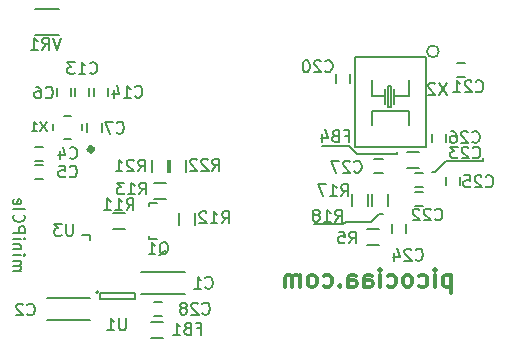
<source format=gbr>
G04 #@! TF.FileFunction,Legend,Bot*
%FSLAX46Y46*%
G04 Gerber Fmt 4.6, Leading zero omitted, Abs format (unit mm)*
G04 Created by KiCad (PCBNEW 4.0.2+e4-6225~38~ubuntu14.04.1-stable) date Wed 15 Jun 2016 03:03:26 PM ART*
%MOMM*%
G01*
G04 APERTURE LIST*
%ADD10C,0.100000*%
%ADD11C,0.150000*%
%ADD12C,0.300000*%
%ADD13C,0.200000*%
%ADD14C,0.500000*%
G04 APERTURE END LIST*
D10*
D11*
X53847619Y-123173809D02*
X54514286Y-123173809D01*
X54419048Y-123173809D02*
X54466667Y-123126190D01*
X54514286Y-123030952D01*
X54514286Y-122888094D01*
X54466667Y-122792856D01*
X54371429Y-122745237D01*
X53847619Y-122745237D01*
X54371429Y-122745237D02*
X54466667Y-122697618D01*
X54514286Y-122602380D01*
X54514286Y-122459523D01*
X54466667Y-122364285D01*
X54371429Y-122316666D01*
X53847619Y-122316666D01*
X53847619Y-121840476D02*
X54514286Y-121840476D01*
X54847619Y-121840476D02*
X54800000Y-121888095D01*
X54752381Y-121840476D01*
X54800000Y-121792857D01*
X54847619Y-121840476D01*
X54752381Y-121840476D01*
X54514286Y-121364286D02*
X53847619Y-121364286D01*
X54419048Y-121364286D02*
X54466667Y-121316667D01*
X54514286Y-121221429D01*
X54514286Y-121078571D01*
X54466667Y-120983333D01*
X54371429Y-120935714D01*
X53847619Y-120935714D01*
X53847619Y-120459524D02*
X54514286Y-120459524D01*
X54847619Y-120459524D02*
X54800000Y-120507143D01*
X54752381Y-120459524D01*
X54800000Y-120411905D01*
X54847619Y-120459524D01*
X54752381Y-120459524D01*
X53847619Y-119983334D02*
X54847619Y-119983334D01*
X54847619Y-119602381D01*
X54800000Y-119507143D01*
X54752381Y-119459524D01*
X54657143Y-119411905D01*
X54514286Y-119411905D01*
X54419048Y-119459524D01*
X54371429Y-119507143D01*
X54323810Y-119602381D01*
X54323810Y-119983334D01*
X53942857Y-118411905D02*
X53895238Y-118459524D01*
X53847619Y-118602381D01*
X53847619Y-118697619D01*
X53895238Y-118840477D01*
X53990476Y-118935715D01*
X54085714Y-118983334D01*
X54276190Y-119030953D01*
X54419048Y-119030953D01*
X54609524Y-118983334D01*
X54704762Y-118935715D01*
X54800000Y-118840477D01*
X54847619Y-118697619D01*
X54847619Y-118602381D01*
X54800000Y-118459524D01*
X54752381Y-118411905D01*
X53847619Y-117983334D02*
X54847619Y-117983334D01*
X53895238Y-117126191D02*
X53847619Y-117221429D01*
X53847619Y-117411906D01*
X53895238Y-117507144D01*
X53990476Y-117554763D01*
X54371429Y-117554763D01*
X54466667Y-117507144D01*
X54514286Y-117411906D01*
X54514286Y-117221429D01*
X54466667Y-117126191D01*
X54371429Y-117078572D01*
X54276190Y-117078572D01*
X54180952Y-117554763D01*
D12*
X90935714Y-123528571D02*
X90935714Y-125028571D01*
X90935714Y-123600000D02*
X90792857Y-123528571D01*
X90507143Y-123528571D01*
X90364286Y-123600000D01*
X90292857Y-123671429D01*
X90221428Y-123814286D01*
X90221428Y-124242857D01*
X90292857Y-124385714D01*
X90364286Y-124457143D01*
X90507143Y-124528571D01*
X90792857Y-124528571D01*
X90935714Y-124457143D01*
X89578571Y-124528571D02*
X89578571Y-123528571D01*
X89578571Y-123028571D02*
X89650000Y-123100000D01*
X89578571Y-123171429D01*
X89507143Y-123100000D01*
X89578571Y-123028571D01*
X89578571Y-123171429D01*
X88221428Y-124457143D02*
X88364285Y-124528571D01*
X88649999Y-124528571D01*
X88792857Y-124457143D01*
X88864285Y-124385714D01*
X88935714Y-124242857D01*
X88935714Y-123814286D01*
X88864285Y-123671429D01*
X88792857Y-123600000D01*
X88649999Y-123528571D01*
X88364285Y-123528571D01*
X88221428Y-123600000D01*
X87364285Y-124528571D02*
X87507143Y-124457143D01*
X87578571Y-124385714D01*
X87650000Y-124242857D01*
X87650000Y-123814286D01*
X87578571Y-123671429D01*
X87507143Y-123600000D01*
X87364285Y-123528571D01*
X87150000Y-123528571D01*
X87007143Y-123600000D01*
X86935714Y-123671429D01*
X86864285Y-123814286D01*
X86864285Y-124242857D01*
X86935714Y-124385714D01*
X87007143Y-124457143D01*
X87150000Y-124528571D01*
X87364285Y-124528571D01*
X85578571Y-124457143D02*
X85721428Y-124528571D01*
X86007142Y-124528571D01*
X86150000Y-124457143D01*
X86221428Y-124385714D01*
X86292857Y-124242857D01*
X86292857Y-123814286D01*
X86221428Y-123671429D01*
X86150000Y-123600000D01*
X86007142Y-123528571D01*
X85721428Y-123528571D01*
X85578571Y-123600000D01*
X84935714Y-124528571D02*
X84935714Y-123528571D01*
X84935714Y-123028571D02*
X85007143Y-123100000D01*
X84935714Y-123171429D01*
X84864286Y-123100000D01*
X84935714Y-123028571D01*
X84935714Y-123171429D01*
X83578571Y-124528571D02*
X83578571Y-123742857D01*
X83650000Y-123600000D01*
X83792857Y-123528571D01*
X84078571Y-123528571D01*
X84221428Y-123600000D01*
X83578571Y-124457143D02*
X83721428Y-124528571D01*
X84078571Y-124528571D01*
X84221428Y-124457143D01*
X84292857Y-124314286D01*
X84292857Y-124171429D01*
X84221428Y-124028571D01*
X84078571Y-123957143D01*
X83721428Y-123957143D01*
X83578571Y-123885714D01*
X82221428Y-124528571D02*
X82221428Y-123742857D01*
X82292857Y-123600000D01*
X82435714Y-123528571D01*
X82721428Y-123528571D01*
X82864285Y-123600000D01*
X82221428Y-124457143D02*
X82364285Y-124528571D01*
X82721428Y-124528571D01*
X82864285Y-124457143D01*
X82935714Y-124314286D01*
X82935714Y-124171429D01*
X82864285Y-124028571D01*
X82721428Y-123957143D01*
X82364285Y-123957143D01*
X82221428Y-123885714D01*
X81507142Y-124385714D02*
X81435714Y-124457143D01*
X81507142Y-124528571D01*
X81578571Y-124457143D01*
X81507142Y-124385714D01*
X81507142Y-124528571D01*
X80149999Y-124457143D02*
X80292856Y-124528571D01*
X80578570Y-124528571D01*
X80721428Y-124457143D01*
X80792856Y-124385714D01*
X80864285Y-124242857D01*
X80864285Y-123814286D01*
X80792856Y-123671429D01*
X80721428Y-123600000D01*
X80578570Y-123528571D01*
X80292856Y-123528571D01*
X80149999Y-123600000D01*
X79292856Y-124528571D02*
X79435714Y-124457143D01*
X79507142Y-124385714D01*
X79578571Y-124242857D01*
X79578571Y-123814286D01*
X79507142Y-123671429D01*
X79435714Y-123600000D01*
X79292856Y-123528571D01*
X79078571Y-123528571D01*
X78935714Y-123600000D01*
X78864285Y-123671429D01*
X78792856Y-123814286D01*
X78792856Y-124242857D01*
X78864285Y-124385714D01*
X78935714Y-124457143D01*
X79078571Y-124528571D01*
X79292856Y-124528571D01*
X78149999Y-124528571D02*
X78149999Y-123528571D01*
X78149999Y-123671429D02*
X78078571Y-123600000D01*
X77935713Y-123528571D01*
X77721428Y-123528571D01*
X77578571Y-123600000D01*
X77507142Y-123742857D01*
X77507142Y-124528571D01*
X77507142Y-123742857D02*
X77435713Y-123600000D01*
X77292856Y-123528571D01*
X77078571Y-123528571D01*
X76935713Y-123600000D01*
X76864285Y-123742857D01*
X76864285Y-124528571D01*
D13*
X84800000Y-118400000D02*
X85200000Y-118400000D01*
X84200000Y-119000000D02*
X84800000Y-118400000D01*
X82050000Y-119000000D02*
X84200000Y-119000000D01*
X81800000Y-119250000D02*
X82050000Y-119000000D01*
X79350000Y-119250000D02*
X81800000Y-119250000D01*
X89550000Y-114850000D02*
X89350000Y-114850000D01*
X90550000Y-113850000D02*
X89550000Y-114850000D01*
X93650000Y-113850000D02*
X90550000Y-113850000D01*
X93650000Y-113600000D02*
X93650000Y-113850000D01*
X86350000Y-113250000D02*
X86350000Y-113150000D01*
X82950000Y-113250000D02*
X86350000Y-113250000D01*
X82300000Y-112600000D02*
X82950000Y-113250000D01*
X80000000Y-112600000D02*
X82300000Y-112600000D01*
D11*
X84225000Y-116700000D02*
X84225000Y-117700000D01*
X85575000Y-117700000D02*
X85575000Y-116700000D01*
X82525000Y-116700000D02*
X82525000Y-117700000D01*
X83875000Y-117700000D02*
X83875000Y-116700000D01*
X67875000Y-118270000D02*
X67875000Y-119270000D01*
X69225000Y-119270000D02*
X69225000Y-118270000D01*
X89900000Y-104600000D02*
G75*
G03X89900000Y-104600000I-500000J0D01*
G01*
X88797000Y-105084000D02*
X88797000Y-112704000D01*
X82828000Y-105084000D02*
X82828000Y-112704000D01*
X82828000Y-112704000D02*
X88797000Y-112704000D01*
X88797000Y-105084000D02*
X82828000Y-105084000D01*
X87400000Y-110799000D02*
X87400000Y-109656000D01*
X87400000Y-109656000D02*
X84225000Y-109656000D01*
X84225000Y-109656000D02*
X84225000Y-110799000D01*
X85622000Y-107497000D02*
X85622000Y-109275000D01*
X85622000Y-109275000D02*
X85876000Y-109275000D01*
X85876000Y-109275000D02*
X85876000Y-107497000D01*
X85876000Y-107497000D02*
X85622000Y-107497000D01*
X85368000Y-109021000D02*
X85368000Y-107751000D01*
X86130000Y-107751000D02*
X86130000Y-109021000D01*
X86130000Y-108386000D02*
X87400000Y-108386000D01*
X84225000Y-106989000D02*
X84225000Y-108386000D01*
X84225000Y-108386000D02*
X85368000Y-108386000D01*
X87400000Y-106989000D02*
X87400000Y-108386000D01*
X56700000Y-127300000D02*
X60400000Y-127300000D01*
X56700000Y-125500000D02*
X60400000Y-125500000D01*
X55730000Y-115420000D02*
X56430000Y-115420000D01*
X56430000Y-114220000D02*
X55730000Y-114220000D01*
X58740000Y-108410000D02*
X58740000Y-107710000D01*
X57540000Y-107710000D02*
X57540000Y-108410000D01*
X61350000Y-111380000D02*
X61350000Y-110680000D01*
X60150000Y-110680000D02*
X60150000Y-111380000D01*
X59105000Y-107715000D02*
X59105000Y-108415000D01*
X60305000Y-108415000D02*
X60305000Y-107715000D01*
X60680000Y-107715000D02*
X60680000Y-108415000D01*
X61880000Y-108415000D02*
X61880000Y-107715000D01*
X81200000Y-106550000D02*
X81200000Y-107250000D01*
X82400000Y-107250000D02*
X82400000Y-106550000D01*
X91450000Y-106800000D02*
X92150000Y-106800000D01*
X92150000Y-105600000D02*
X91450000Y-105600000D01*
X88550000Y-116500000D02*
X87850000Y-116500000D01*
X87850000Y-117700000D02*
X88550000Y-117700000D01*
X88550000Y-114900000D02*
X87850000Y-114900000D01*
X87850000Y-116100000D02*
X88550000Y-116100000D01*
X87100000Y-119950000D02*
X87100000Y-119250000D01*
X85900000Y-119250000D02*
X85900000Y-119950000D01*
X90500000Y-115250000D02*
X90500000Y-115950000D01*
X91700000Y-115950000D02*
X91700000Y-115250000D01*
X89300000Y-111550000D02*
X89300000Y-112250000D01*
X90500000Y-112250000D02*
X90500000Y-111550000D01*
X84450000Y-114900000D02*
X85150000Y-114900000D01*
X85150000Y-113700000D02*
X84450000Y-113700000D01*
X66575000Y-127500000D02*
X65575000Y-127500000D01*
X65575000Y-128850000D02*
X66575000Y-128850000D01*
X87200000Y-114475000D02*
X88200000Y-114475000D01*
X88200000Y-113125000D02*
X87200000Y-113125000D01*
X83800000Y-120975000D02*
X84800000Y-120975000D01*
X84800000Y-119625000D02*
X83800000Y-119625000D01*
X63295000Y-118290000D02*
X62295000Y-118290000D01*
X62295000Y-119640000D02*
X63295000Y-119640000D01*
X65770000Y-117105000D02*
X66770000Y-117105000D01*
X66770000Y-115755000D02*
X65770000Y-115755000D01*
X59669720Y-120158500D02*
X60378380Y-120158500D01*
X60378380Y-120158500D02*
X60378380Y-120559820D01*
X55750000Y-103175000D02*
X57750000Y-103175000D01*
X57750000Y-101025000D02*
X55750000Y-101025000D01*
D14*
X60571421Y-112880000D02*
G75*
G03X60571421Y-112880000I-141421J0D01*
G01*
D11*
X57205000Y-110780000D02*
X57205000Y-111230000D01*
X58780000Y-112055000D02*
X58130000Y-112055000D01*
X59705000Y-111230000D02*
X59705000Y-110780000D01*
X58130000Y-110055000D02*
X58780000Y-110055000D01*
X65750000Y-127000000D02*
X66450000Y-127000000D01*
X66450000Y-125800000D02*
X65750000Y-125800000D01*
X61100000Y-125000000D02*
G75*
G03X61100000Y-125000000I-100000J0D01*
G01*
X61250000Y-125550000D02*
X61250000Y-125050000D01*
X64150000Y-125550000D02*
X61250000Y-125550000D01*
X64150000Y-125050000D02*
X64150000Y-125550000D01*
X61250000Y-125050000D02*
X64150000Y-125050000D01*
X55730000Y-113860000D02*
X56430000Y-113860000D01*
X56430000Y-112660000D02*
X55730000Y-112660000D01*
X65369760Y-120259160D02*
X65369760Y-120210900D01*
X66070800Y-117460180D02*
X65369760Y-117460180D01*
X65369760Y-117460180D02*
X65369760Y-117709100D01*
X65369760Y-120259160D02*
X65369760Y-120459820D01*
X65369760Y-120459820D02*
X66070800Y-120459820D01*
X68400000Y-123300000D02*
X64700000Y-123300000D01*
X68400000Y-125100000D02*
X64700000Y-125100000D01*
X66975000Y-114800000D02*
X66975000Y-113800000D01*
X65625000Y-113800000D02*
X65625000Y-114800000D01*
X68475000Y-114800000D02*
X68475000Y-113800000D01*
X67125000Y-113800000D02*
X67125000Y-114800000D01*
X81142857Y-119002381D02*
X81476191Y-118526190D01*
X81714286Y-119002381D02*
X81714286Y-118002381D01*
X81333333Y-118002381D01*
X81238095Y-118050000D01*
X81190476Y-118097619D01*
X81142857Y-118192857D01*
X81142857Y-118335714D01*
X81190476Y-118430952D01*
X81238095Y-118478571D01*
X81333333Y-118526190D01*
X81714286Y-118526190D01*
X80190476Y-119002381D02*
X80761905Y-119002381D01*
X80476191Y-119002381D02*
X80476191Y-118002381D01*
X80571429Y-118145238D01*
X80666667Y-118240476D01*
X80761905Y-118288095D01*
X79619048Y-118430952D02*
X79714286Y-118383333D01*
X79761905Y-118335714D01*
X79809524Y-118240476D01*
X79809524Y-118192857D01*
X79761905Y-118097619D01*
X79714286Y-118050000D01*
X79619048Y-118002381D01*
X79428571Y-118002381D01*
X79333333Y-118050000D01*
X79285714Y-118097619D01*
X79238095Y-118192857D01*
X79238095Y-118240476D01*
X79285714Y-118335714D01*
X79333333Y-118383333D01*
X79428571Y-118430952D01*
X79619048Y-118430952D01*
X79714286Y-118478571D01*
X79761905Y-118526190D01*
X79809524Y-118621429D01*
X79809524Y-118811905D01*
X79761905Y-118907143D01*
X79714286Y-118954762D01*
X79619048Y-119002381D01*
X79428571Y-119002381D01*
X79333333Y-118954762D01*
X79285714Y-118907143D01*
X79238095Y-118811905D01*
X79238095Y-118621429D01*
X79285714Y-118526190D01*
X79333333Y-118478571D01*
X79428571Y-118430952D01*
X81642857Y-116852381D02*
X81976191Y-116376190D01*
X82214286Y-116852381D02*
X82214286Y-115852381D01*
X81833333Y-115852381D01*
X81738095Y-115900000D01*
X81690476Y-115947619D01*
X81642857Y-116042857D01*
X81642857Y-116185714D01*
X81690476Y-116280952D01*
X81738095Y-116328571D01*
X81833333Y-116376190D01*
X82214286Y-116376190D01*
X80690476Y-116852381D02*
X81261905Y-116852381D01*
X80976191Y-116852381D02*
X80976191Y-115852381D01*
X81071429Y-115995238D01*
X81166667Y-116090476D01*
X81261905Y-116138095D01*
X80357143Y-115852381D02*
X79690476Y-115852381D01*
X80119048Y-116852381D01*
X71542857Y-119152381D02*
X71876191Y-118676190D01*
X72114286Y-119152381D02*
X72114286Y-118152381D01*
X71733333Y-118152381D01*
X71638095Y-118200000D01*
X71590476Y-118247619D01*
X71542857Y-118342857D01*
X71542857Y-118485714D01*
X71590476Y-118580952D01*
X71638095Y-118628571D01*
X71733333Y-118676190D01*
X72114286Y-118676190D01*
X70590476Y-119152381D02*
X71161905Y-119152381D01*
X70876191Y-119152381D02*
X70876191Y-118152381D01*
X70971429Y-118295238D01*
X71066667Y-118390476D01*
X71161905Y-118438095D01*
X70209524Y-118247619D02*
X70161905Y-118200000D01*
X70066667Y-118152381D01*
X69828571Y-118152381D01*
X69733333Y-118200000D01*
X69685714Y-118247619D01*
X69638095Y-118342857D01*
X69638095Y-118438095D01*
X69685714Y-118580952D01*
X70257143Y-119152381D01*
X69638095Y-119152381D01*
X90559524Y-107252381D02*
X89892857Y-108252381D01*
X89892857Y-107252381D02*
X90559524Y-108252381D01*
X89559524Y-107347619D02*
X89511905Y-107300000D01*
X89416667Y-107252381D01*
X89178571Y-107252381D01*
X89083333Y-107300000D01*
X89035714Y-107347619D01*
X88988095Y-107442857D01*
X88988095Y-107538095D01*
X89035714Y-107680952D01*
X89607143Y-108252381D01*
X88988095Y-108252381D01*
X55066666Y-126857143D02*
X55114285Y-126904762D01*
X55257142Y-126952381D01*
X55352380Y-126952381D01*
X55495238Y-126904762D01*
X55590476Y-126809524D01*
X55638095Y-126714286D01*
X55685714Y-126523810D01*
X55685714Y-126380952D01*
X55638095Y-126190476D01*
X55590476Y-126095238D01*
X55495238Y-126000000D01*
X55352380Y-125952381D01*
X55257142Y-125952381D01*
X55114285Y-126000000D01*
X55066666Y-126047619D01*
X54685714Y-126047619D02*
X54638095Y-126000000D01*
X54542857Y-125952381D01*
X54304761Y-125952381D01*
X54209523Y-126000000D01*
X54161904Y-126047619D01*
X54114285Y-126142857D01*
X54114285Y-126238095D01*
X54161904Y-126380952D01*
X54733333Y-126952381D01*
X54114285Y-126952381D01*
X58646666Y-115177143D02*
X58694285Y-115224762D01*
X58837142Y-115272381D01*
X58932380Y-115272381D01*
X59075238Y-115224762D01*
X59170476Y-115129524D01*
X59218095Y-115034286D01*
X59265714Y-114843810D01*
X59265714Y-114700952D01*
X59218095Y-114510476D01*
X59170476Y-114415238D01*
X59075238Y-114320000D01*
X58932380Y-114272381D01*
X58837142Y-114272381D01*
X58694285Y-114320000D01*
X58646666Y-114367619D01*
X57741904Y-114272381D02*
X58218095Y-114272381D01*
X58265714Y-114748571D01*
X58218095Y-114700952D01*
X58122857Y-114653333D01*
X57884761Y-114653333D01*
X57789523Y-114700952D01*
X57741904Y-114748571D01*
X57694285Y-114843810D01*
X57694285Y-115081905D01*
X57741904Y-115177143D01*
X57789523Y-115224762D01*
X57884761Y-115272381D01*
X58122857Y-115272381D01*
X58218095Y-115224762D01*
X58265714Y-115177143D01*
X56616666Y-108482143D02*
X56664285Y-108529762D01*
X56807142Y-108577381D01*
X56902380Y-108577381D01*
X57045238Y-108529762D01*
X57140476Y-108434524D01*
X57188095Y-108339286D01*
X57235714Y-108148810D01*
X57235714Y-108005952D01*
X57188095Y-107815476D01*
X57140476Y-107720238D01*
X57045238Y-107625000D01*
X56902380Y-107577381D01*
X56807142Y-107577381D01*
X56664285Y-107625000D01*
X56616666Y-107672619D01*
X55759523Y-107577381D02*
X55950000Y-107577381D01*
X56045238Y-107625000D01*
X56092857Y-107672619D01*
X56188095Y-107815476D01*
X56235714Y-108005952D01*
X56235714Y-108386905D01*
X56188095Y-108482143D01*
X56140476Y-108529762D01*
X56045238Y-108577381D01*
X55854761Y-108577381D01*
X55759523Y-108529762D01*
X55711904Y-108482143D01*
X55664285Y-108386905D01*
X55664285Y-108148810D01*
X55711904Y-108053571D01*
X55759523Y-108005952D01*
X55854761Y-107958333D01*
X56045238Y-107958333D01*
X56140476Y-108005952D01*
X56188095Y-108053571D01*
X56235714Y-108148810D01*
X62616666Y-111457143D02*
X62664285Y-111504762D01*
X62807142Y-111552381D01*
X62902380Y-111552381D01*
X63045238Y-111504762D01*
X63140476Y-111409524D01*
X63188095Y-111314286D01*
X63235714Y-111123810D01*
X63235714Y-110980952D01*
X63188095Y-110790476D01*
X63140476Y-110695238D01*
X63045238Y-110600000D01*
X62902380Y-110552381D01*
X62807142Y-110552381D01*
X62664285Y-110600000D01*
X62616666Y-110647619D01*
X62283333Y-110552381D02*
X61616666Y-110552381D01*
X62045238Y-111552381D01*
X60367857Y-106407143D02*
X60415476Y-106454762D01*
X60558333Y-106502381D01*
X60653571Y-106502381D01*
X60796429Y-106454762D01*
X60891667Y-106359524D01*
X60939286Y-106264286D01*
X60986905Y-106073810D01*
X60986905Y-105930952D01*
X60939286Y-105740476D01*
X60891667Y-105645238D01*
X60796429Y-105550000D01*
X60653571Y-105502381D01*
X60558333Y-105502381D01*
X60415476Y-105550000D01*
X60367857Y-105597619D01*
X59415476Y-106502381D02*
X59986905Y-106502381D01*
X59701191Y-106502381D02*
X59701191Y-105502381D01*
X59796429Y-105645238D01*
X59891667Y-105740476D01*
X59986905Y-105788095D01*
X59082143Y-105502381D02*
X58463095Y-105502381D01*
X58796429Y-105883333D01*
X58653571Y-105883333D01*
X58558333Y-105930952D01*
X58510714Y-105978571D01*
X58463095Y-106073810D01*
X58463095Y-106311905D01*
X58510714Y-106407143D01*
X58558333Y-106454762D01*
X58653571Y-106502381D01*
X58939286Y-106502381D01*
X59034524Y-106454762D01*
X59082143Y-106407143D01*
X64192857Y-108407143D02*
X64240476Y-108454762D01*
X64383333Y-108502381D01*
X64478571Y-108502381D01*
X64621429Y-108454762D01*
X64716667Y-108359524D01*
X64764286Y-108264286D01*
X64811905Y-108073810D01*
X64811905Y-107930952D01*
X64764286Y-107740476D01*
X64716667Y-107645238D01*
X64621429Y-107550000D01*
X64478571Y-107502381D01*
X64383333Y-107502381D01*
X64240476Y-107550000D01*
X64192857Y-107597619D01*
X63240476Y-108502381D02*
X63811905Y-108502381D01*
X63526191Y-108502381D02*
X63526191Y-107502381D01*
X63621429Y-107645238D01*
X63716667Y-107740476D01*
X63811905Y-107788095D01*
X62383333Y-107835714D02*
X62383333Y-108502381D01*
X62621429Y-107454762D02*
X62859524Y-108169048D01*
X62240476Y-108169048D01*
X80292857Y-106257143D02*
X80340476Y-106304762D01*
X80483333Y-106352381D01*
X80578571Y-106352381D01*
X80721429Y-106304762D01*
X80816667Y-106209524D01*
X80864286Y-106114286D01*
X80911905Y-105923810D01*
X80911905Y-105780952D01*
X80864286Y-105590476D01*
X80816667Y-105495238D01*
X80721429Y-105400000D01*
X80578571Y-105352381D01*
X80483333Y-105352381D01*
X80340476Y-105400000D01*
X80292857Y-105447619D01*
X79911905Y-105447619D02*
X79864286Y-105400000D01*
X79769048Y-105352381D01*
X79530952Y-105352381D01*
X79435714Y-105400000D01*
X79388095Y-105447619D01*
X79340476Y-105542857D01*
X79340476Y-105638095D01*
X79388095Y-105780952D01*
X79959524Y-106352381D01*
X79340476Y-106352381D01*
X78721429Y-105352381D02*
X78626190Y-105352381D01*
X78530952Y-105400000D01*
X78483333Y-105447619D01*
X78435714Y-105542857D01*
X78388095Y-105733333D01*
X78388095Y-105971429D01*
X78435714Y-106161905D01*
X78483333Y-106257143D01*
X78530952Y-106304762D01*
X78626190Y-106352381D01*
X78721429Y-106352381D01*
X78816667Y-106304762D01*
X78864286Y-106257143D01*
X78911905Y-106161905D01*
X78959524Y-105971429D01*
X78959524Y-105733333D01*
X78911905Y-105542857D01*
X78864286Y-105447619D01*
X78816667Y-105400000D01*
X78721429Y-105352381D01*
X93042857Y-107957143D02*
X93090476Y-108004762D01*
X93233333Y-108052381D01*
X93328571Y-108052381D01*
X93471429Y-108004762D01*
X93566667Y-107909524D01*
X93614286Y-107814286D01*
X93661905Y-107623810D01*
X93661905Y-107480952D01*
X93614286Y-107290476D01*
X93566667Y-107195238D01*
X93471429Y-107100000D01*
X93328571Y-107052381D01*
X93233333Y-107052381D01*
X93090476Y-107100000D01*
X93042857Y-107147619D01*
X92661905Y-107147619D02*
X92614286Y-107100000D01*
X92519048Y-107052381D01*
X92280952Y-107052381D01*
X92185714Y-107100000D01*
X92138095Y-107147619D01*
X92090476Y-107242857D01*
X92090476Y-107338095D01*
X92138095Y-107480952D01*
X92709524Y-108052381D01*
X92090476Y-108052381D01*
X91138095Y-108052381D02*
X91709524Y-108052381D01*
X91423810Y-108052381D02*
X91423810Y-107052381D01*
X91519048Y-107195238D01*
X91614286Y-107290476D01*
X91709524Y-107338095D01*
X89592857Y-118807143D02*
X89640476Y-118854762D01*
X89783333Y-118902381D01*
X89878571Y-118902381D01*
X90021429Y-118854762D01*
X90116667Y-118759524D01*
X90164286Y-118664286D01*
X90211905Y-118473810D01*
X90211905Y-118330952D01*
X90164286Y-118140476D01*
X90116667Y-118045238D01*
X90021429Y-117950000D01*
X89878571Y-117902381D01*
X89783333Y-117902381D01*
X89640476Y-117950000D01*
X89592857Y-117997619D01*
X89211905Y-117997619D02*
X89164286Y-117950000D01*
X89069048Y-117902381D01*
X88830952Y-117902381D01*
X88735714Y-117950000D01*
X88688095Y-117997619D01*
X88640476Y-118092857D01*
X88640476Y-118188095D01*
X88688095Y-118330952D01*
X89259524Y-118902381D01*
X88640476Y-118902381D01*
X88259524Y-117997619D02*
X88211905Y-117950000D01*
X88116667Y-117902381D01*
X87878571Y-117902381D01*
X87783333Y-117950000D01*
X87735714Y-117997619D01*
X87688095Y-118092857D01*
X87688095Y-118188095D01*
X87735714Y-118330952D01*
X88307143Y-118902381D01*
X87688095Y-118902381D01*
X92792857Y-113557143D02*
X92840476Y-113604762D01*
X92983333Y-113652381D01*
X93078571Y-113652381D01*
X93221429Y-113604762D01*
X93316667Y-113509524D01*
X93364286Y-113414286D01*
X93411905Y-113223810D01*
X93411905Y-113080952D01*
X93364286Y-112890476D01*
X93316667Y-112795238D01*
X93221429Y-112700000D01*
X93078571Y-112652381D01*
X92983333Y-112652381D01*
X92840476Y-112700000D01*
X92792857Y-112747619D01*
X92411905Y-112747619D02*
X92364286Y-112700000D01*
X92269048Y-112652381D01*
X92030952Y-112652381D01*
X91935714Y-112700000D01*
X91888095Y-112747619D01*
X91840476Y-112842857D01*
X91840476Y-112938095D01*
X91888095Y-113080952D01*
X92459524Y-113652381D01*
X91840476Y-113652381D01*
X91507143Y-112652381D02*
X90888095Y-112652381D01*
X91221429Y-113033333D01*
X91078571Y-113033333D01*
X90983333Y-113080952D01*
X90935714Y-113128571D01*
X90888095Y-113223810D01*
X90888095Y-113461905D01*
X90935714Y-113557143D01*
X90983333Y-113604762D01*
X91078571Y-113652381D01*
X91364286Y-113652381D01*
X91459524Y-113604762D01*
X91507143Y-113557143D01*
X87942857Y-122207143D02*
X87990476Y-122254762D01*
X88133333Y-122302381D01*
X88228571Y-122302381D01*
X88371429Y-122254762D01*
X88466667Y-122159524D01*
X88514286Y-122064286D01*
X88561905Y-121873810D01*
X88561905Y-121730952D01*
X88514286Y-121540476D01*
X88466667Y-121445238D01*
X88371429Y-121350000D01*
X88228571Y-121302381D01*
X88133333Y-121302381D01*
X87990476Y-121350000D01*
X87942857Y-121397619D01*
X87561905Y-121397619D02*
X87514286Y-121350000D01*
X87419048Y-121302381D01*
X87180952Y-121302381D01*
X87085714Y-121350000D01*
X87038095Y-121397619D01*
X86990476Y-121492857D01*
X86990476Y-121588095D01*
X87038095Y-121730952D01*
X87609524Y-122302381D01*
X86990476Y-122302381D01*
X86133333Y-121635714D02*
X86133333Y-122302381D01*
X86371429Y-121254762D02*
X86609524Y-121969048D01*
X85990476Y-121969048D01*
X93892857Y-116007143D02*
X93940476Y-116054762D01*
X94083333Y-116102381D01*
X94178571Y-116102381D01*
X94321429Y-116054762D01*
X94416667Y-115959524D01*
X94464286Y-115864286D01*
X94511905Y-115673810D01*
X94511905Y-115530952D01*
X94464286Y-115340476D01*
X94416667Y-115245238D01*
X94321429Y-115150000D01*
X94178571Y-115102381D01*
X94083333Y-115102381D01*
X93940476Y-115150000D01*
X93892857Y-115197619D01*
X93511905Y-115197619D02*
X93464286Y-115150000D01*
X93369048Y-115102381D01*
X93130952Y-115102381D01*
X93035714Y-115150000D01*
X92988095Y-115197619D01*
X92940476Y-115292857D01*
X92940476Y-115388095D01*
X92988095Y-115530952D01*
X93559524Y-116102381D01*
X92940476Y-116102381D01*
X92035714Y-115102381D02*
X92511905Y-115102381D01*
X92559524Y-115578571D01*
X92511905Y-115530952D01*
X92416667Y-115483333D01*
X92178571Y-115483333D01*
X92083333Y-115530952D01*
X92035714Y-115578571D01*
X91988095Y-115673810D01*
X91988095Y-115911905D01*
X92035714Y-116007143D01*
X92083333Y-116054762D01*
X92178571Y-116102381D01*
X92416667Y-116102381D01*
X92511905Y-116054762D01*
X92559524Y-116007143D01*
X92742857Y-112257143D02*
X92790476Y-112304762D01*
X92933333Y-112352381D01*
X93028571Y-112352381D01*
X93171429Y-112304762D01*
X93266667Y-112209524D01*
X93314286Y-112114286D01*
X93361905Y-111923810D01*
X93361905Y-111780952D01*
X93314286Y-111590476D01*
X93266667Y-111495238D01*
X93171429Y-111400000D01*
X93028571Y-111352381D01*
X92933333Y-111352381D01*
X92790476Y-111400000D01*
X92742857Y-111447619D01*
X92361905Y-111447619D02*
X92314286Y-111400000D01*
X92219048Y-111352381D01*
X91980952Y-111352381D01*
X91885714Y-111400000D01*
X91838095Y-111447619D01*
X91790476Y-111542857D01*
X91790476Y-111638095D01*
X91838095Y-111780952D01*
X92409524Y-112352381D01*
X91790476Y-112352381D01*
X90933333Y-111352381D02*
X91123810Y-111352381D01*
X91219048Y-111400000D01*
X91266667Y-111447619D01*
X91361905Y-111590476D01*
X91409524Y-111780952D01*
X91409524Y-112161905D01*
X91361905Y-112257143D01*
X91314286Y-112304762D01*
X91219048Y-112352381D01*
X91028571Y-112352381D01*
X90933333Y-112304762D01*
X90885714Y-112257143D01*
X90838095Y-112161905D01*
X90838095Y-111923810D01*
X90885714Y-111828571D01*
X90933333Y-111780952D01*
X91028571Y-111733333D01*
X91219048Y-111733333D01*
X91314286Y-111780952D01*
X91361905Y-111828571D01*
X91409524Y-111923810D01*
X82742857Y-114757143D02*
X82790476Y-114804762D01*
X82933333Y-114852381D01*
X83028571Y-114852381D01*
X83171429Y-114804762D01*
X83266667Y-114709524D01*
X83314286Y-114614286D01*
X83361905Y-114423810D01*
X83361905Y-114280952D01*
X83314286Y-114090476D01*
X83266667Y-113995238D01*
X83171429Y-113900000D01*
X83028571Y-113852381D01*
X82933333Y-113852381D01*
X82790476Y-113900000D01*
X82742857Y-113947619D01*
X82361905Y-113947619D02*
X82314286Y-113900000D01*
X82219048Y-113852381D01*
X81980952Y-113852381D01*
X81885714Y-113900000D01*
X81838095Y-113947619D01*
X81790476Y-114042857D01*
X81790476Y-114138095D01*
X81838095Y-114280952D01*
X82409524Y-114852381D01*
X81790476Y-114852381D01*
X81457143Y-113852381D02*
X80790476Y-113852381D01*
X81219048Y-114852381D01*
X69460333Y-128054571D02*
X69793667Y-128054571D01*
X69793667Y-128578381D02*
X69793667Y-127578381D01*
X69317476Y-127578381D01*
X68603190Y-128054571D02*
X68460333Y-128102190D01*
X68412714Y-128149810D01*
X68365095Y-128245048D01*
X68365095Y-128387905D01*
X68412714Y-128483143D01*
X68460333Y-128530762D01*
X68555571Y-128578381D01*
X68936524Y-128578381D01*
X68936524Y-127578381D01*
X68603190Y-127578381D01*
X68507952Y-127626000D01*
X68460333Y-127673619D01*
X68412714Y-127768857D01*
X68412714Y-127864095D01*
X68460333Y-127959333D01*
X68507952Y-128006952D01*
X68603190Y-128054571D01*
X68936524Y-128054571D01*
X67412714Y-128578381D02*
X67984143Y-128578381D01*
X67698429Y-128578381D02*
X67698429Y-127578381D01*
X67793667Y-127721238D01*
X67888905Y-127816476D01*
X67984143Y-127864095D01*
X81983333Y-111728571D02*
X82316667Y-111728571D01*
X82316667Y-112252381D02*
X82316667Y-111252381D01*
X81840476Y-111252381D01*
X81126190Y-111728571D02*
X80983333Y-111776190D01*
X80935714Y-111823810D01*
X80888095Y-111919048D01*
X80888095Y-112061905D01*
X80935714Y-112157143D01*
X80983333Y-112204762D01*
X81078571Y-112252381D01*
X81459524Y-112252381D01*
X81459524Y-111252381D01*
X81126190Y-111252381D01*
X81030952Y-111300000D01*
X80983333Y-111347619D01*
X80935714Y-111442857D01*
X80935714Y-111538095D01*
X80983333Y-111633333D01*
X81030952Y-111680952D01*
X81126190Y-111728571D01*
X81459524Y-111728571D01*
X80030952Y-111585714D02*
X80030952Y-112252381D01*
X80269048Y-111204762D02*
X80507143Y-111919048D01*
X79888095Y-111919048D01*
X82316666Y-120852381D02*
X82650000Y-120376190D01*
X82888095Y-120852381D02*
X82888095Y-119852381D01*
X82507142Y-119852381D01*
X82411904Y-119900000D01*
X82364285Y-119947619D01*
X82316666Y-120042857D01*
X82316666Y-120185714D01*
X82364285Y-120280952D01*
X82411904Y-120328571D01*
X82507142Y-120376190D01*
X82888095Y-120376190D01*
X81411904Y-119852381D02*
X81888095Y-119852381D01*
X81935714Y-120328571D01*
X81888095Y-120280952D01*
X81792857Y-120233333D01*
X81554761Y-120233333D01*
X81459523Y-120280952D01*
X81411904Y-120328571D01*
X81364285Y-120423810D01*
X81364285Y-120661905D01*
X81411904Y-120757143D01*
X81459523Y-120804762D01*
X81554761Y-120852381D01*
X81792857Y-120852381D01*
X81888095Y-120804762D01*
X81935714Y-120757143D01*
X63462857Y-118042381D02*
X63796191Y-117566190D01*
X64034286Y-118042381D02*
X64034286Y-117042381D01*
X63653333Y-117042381D01*
X63558095Y-117090000D01*
X63510476Y-117137619D01*
X63462857Y-117232857D01*
X63462857Y-117375714D01*
X63510476Y-117470952D01*
X63558095Y-117518571D01*
X63653333Y-117566190D01*
X64034286Y-117566190D01*
X62510476Y-118042381D02*
X63081905Y-118042381D01*
X62796191Y-118042381D02*
X62796191Y-117042381D01*
X62891429Y-117185238D01*
X62986667Y-117280476D01*
X63081905Y-117328095D01*
X61558095Y-118042381D02*
X62129524Y-118042381D01*
X61843810Y-118042381D02*
X61843810Y-117042381D01*
X61939048Y-117185238D01*
X62034286Y-117280476D01*
X62129524Y-117328095D01*
X64542857Y-116702381D02*
X64876191Y-116226190D01*
X65114286Y-116702381D02*
X65114286Y-115702381D01*
X64733333Y-115702381D01*
X64638095Y-115750000D01*
X64590476Y-115797619D01*
X64542857Y-115892857D01*
X64542857Y-116035714D01*
X64590476Y-116130952D01*
X64638095Y-116178571D01*
X64733333Y-116226190D01*
X65114286Y-116226190D01*
X63590476Y-116702381D02*
X64161905Y-116702381D01*
X63876191Y-116702381D02*
X63876191Y-115702381D01*
X63971429Y-115845238D01*
X64066667Y-115940476D01*
X64161905Y-115988095D01*
X63257143Y-115702381D02*
X62638095Y-115702381D01*
X62971429Y-116083333D01*
X62828571Y-116083333D01*
X62733333Y-116130952D01*
X62685714Y-116178571D01*
X62638095Y-116273810D01*
X62638095Y-116511905D01*
X62685714Y-116607143D01*
X62733333Y-116654762D01*
X62828571Y-116702381D01*
X63114286Y-116702381D01*
X63209524Y-116654762D01*
X63257143Y-116607143D01*
X58911905Y-119202381D02*
X58911905Y-120011905D01*
X58864286Y-120107143D01*
X58816667Y-120154762D01*
X58721429Y-120202381D01*
X58530952Y-120202381D01*
X58435714Y-120154762D01*
X58388095Y-120107143D01*
X58340476Y-120011905D01*
X58340476Y-119202381D01*
X57959524Y-119202381D02*
X57340476Y-119202381D01*
X57673810Y-119583333D01*
X57530952Y-119583333D01*
X57435714Y-119630952D01*
X57388095Y-119678571D01*
X57340476Y-119773810D01*
X57340476Y-120011905D01*
X57388095Y-120107143D01*
X57435714Y-120154762D01*
X57530952Y-120202381D01*
X57816667Y-120202381D01*
X57911905Y-120154762D01*
X57959524Y-120107143D01*
X57909524Y-103452381D02*
X57576191Y-104452381D01*
X57242857Y-103452381D01*
X56338095Y-104452381D02*
X56671429Y-103976190D01*
X56909524Y-104452381D02*
X56909524Y-103452381D01*
X56528571Y-103452381D01*
X56433333Y-103500000D01*
X56385714Y-103547619D01*
X56338095Y-103642857D01*
X56338095Y-103785714D01*
X56385714Y-103880952D01*
X56433333Y-103928571D01*
X56528571Y-103976190D01*
X56909524Y-103976190D01*
X55385714Y-104452381D02*
X55957143Y-104452381D01*
X55671429Y-104452381D02*
X55671429Y-103452381D01*
X55766667Y-103595238D01*
X55861905Y-103690476D01*
X55957143Y-103738095D01*
X56697619Y-110536905D02*
X56164286Y-111336905D01*
X56164286Y-110536905D02*
X56697619Y-111336905D01*
X55440476Y-111336905D02*
X55897619Y-111336905D01*
X55669048Y-111336905D02*
X55669048Y-110536905D01*
X55745238Y-110651190D01*
X55821429Y-110727381D01*
X55897619Y-110765476D01*
X69892857Y-126782143D02*
X69940476Y-126829762D01*
X70083333Y-126877381D01*
X70178571Y-126877381D01*
X70321429Y-126829762D01*
X70416667Y-126734524D01*
X70464286Y-126639286D01*
X70511905Y-126448810D01*
X70511905Y-126305952D01*
X70464286Y-126115476D01*
X70416667Y-126020238D01*
X70321429Y-125925000D01*
X70178571Y-125877381D01*
X70083333Y-125877381D01*
X69940476Y-125925000D01*
X69892857Y-125972619D01*
X69511905Y-125972619D02*
X69464286Y-125925000D01*
X69369048Y-125877381D01*
X69130952Y-125877381D01*
X69035714Y-125925000D01*
X68988095Y-125972619D01*
X68940476Y-126067857D01*
X68940476Y-126163095D01*
X68988095Y-126305952D01*
X69559524Y-126877381D01*
X68940476Y-126877381D01*
X68369048Y-126305952D02*
X68464286Y-126258333D01*
X68511905Y-126210714D01*
X68559524Y-126115476D01*
X68559524Y-126067857D01*
X68511905Y-125972619D01*
X68464286Y-125925000D01*
X68369048Y-125877381D01*
X68178571Y-125877381D01*
X68083333Y-125925000D01*
X68035714Y-125972619D01*
X67988095Y-126067857D01*
X67988095Y-126115476D01*
X68035714Y-126210714D01*
X68083333Y-126258333D01*
X68178571Y-126305952D01*
X68369048Y-126305952D01*
X68464286Y-126353571D01*
X68511905Y-126401190D01*
X68559524Y-126496429D01*
X68559524Y-126686905D01*
X68511905Y-126782143D01*
X68464286Y-126829762D01*
X68369048Y-126877381D01*
X68178571Y-126877381D01*
X68083333Y-126829762D01*
X68035714Y-126782143D01*
X67988095Y-126686905D01*
X67988095Y-126496429D01*
X68035714Y-126401190D01*
X68083333Y-126353571D01*
X68178571Y-126305952D01*
X63411905Y-127202381D02*
X63411905Y-128011905D01*
X63364286Y-128107143D01*
X63316667Y-128154762D01*
X63221429Y-128202381D01*
X63030952Y-128202381D01*
X62935714Y-128154762D01*
X62888095Y-128107143D01*
X62840476Y-128011905D01*
X62840476Y-127202381D01*
X61840476Y-128202381D02*
X62411905Y-128202381D01*
X62126191Y-128202381D02*
X62126191Y-127202381D01*
X62221429Y-127345238D01*
X62316667Y-127440476D01*
X62411905Y-127488095D01*
X58671666Y-113617143D02*
X58719285Y-113664762D01*
X58862142Y-113712381D01*
X58957380Y-113712381D01*
X59100238Y-113664762D01*
X59195476Y-113569524D01*
X59243095Y-113474286D01*
X59290714Y-113283810D01*
X59290714Y-113140952D01*
X59243095Y-112950476D01*
X59195476Y-112855238D01*
X59100238Y-112760000D01*
X58957380Y-112712381D01*
X58862142Y-112712381D01*
X58719285Y-112760000D01*
X58671666Y-112807619D01*
X57814523Y-113045714D02*
X57814523Y-113712381D01*
X58052619Y-112664762D02*
X58290714Y-113379048D01*
X57671666Y-113379048D01*
X66245238Y-121847619D02*
X66340476Y-121800000D01*
X66435714Y-121704762D01*
X66578571Y-121561905D01*
X66673810Y-121514286D01*
X66769048Y-121514286D01*
X66721429Y-121752381D02*
X66816667Y-121704762D01*
X66911905Y-121609524D01*
X66959524Y-121419048D01*
X66959524Y-121085714D01*
X66911905Y-120895238D01*
X66816667Y-120800000D01*
X66721429Y-120752381D01*
X66530952Y-120752381D01*
X66435714Y-120800000D01*
X66340476Y-120895238D01*
X66292857Y-121085714D01*
X66292857Y-121419048D01*
X66340476Y-121609524D01*
X66435714Y-121704762D01*
X66530952Y-121752381D01*
X66721429Y-121752381D01*
X65340476Y-121752381D02*
X65911905Y-121752381D01*
X65626191Y-121752381D02*
X65626191Y-120752381D01*
X65721429Y-120895238D01*
X65816667Y-120990476D01*
X65911905Y-121038095D01*
X70141666Y-124582143D02*
X70189285Y-124629762D01*
X70332142Y-124677381D01*
X70427380Y-124677381D01*
X70570238Y-124629762D01*
X70665476Y-124534524D01*
X70713095Y-124439286D01*
X70760714Y-124248810D01*
X70760714Y-124105952D01*
X70713095Y-123915476D01*
X70665476Y-123820238D01*
X70570238Y-123725000D01*
X70427380Y-123677381D01*
X70332142Y-123677381D01*
X70189285Y-123725000D01*
X70141666Y-123772619D01*
X69189285Y-124677381D02*
X69760714Y-124677381D01*
X69475000Y-124677381D02*
X69475000Y-123677381D01*
X69570238Y-123820238D01*
X69665476Y-123915476D01*
X69760714Y-123963095D01*
X64442857Y-114752381D02*
X64776191Y-114276190D01*
X65014286Y-114752381D02*
X65014286Y-113752381D01*
X64633333Y-113752381D01*
X64538095Y-113800000D01*
X64490476Y-113847619D01*
X64442857Y-113942857D01*
X64442857Y-114085714D01*
X64490476Y-114180952D01*
X64538095Y-114228571D01*
X64633333Y-114276190D01*
X65014286Y-114276190D01*
X64061905Y-113847619D02*
X64014286Y-113800000D01*
X63919048Y-113752381D01*
X63680952Y-113752381D01*
X63585714Y-113800000D01*
X63538095Y-113847619D01*
X63490476Y-113942857D01*
X63490476Y-114038095D01*
X63538095Y-114180952D01*
X64109524Y-114752381D01*
X63490476Y-114752381D01*
X62538095Y-114752381D02*
X63109524Y-114752381D01*
X62823810Y-114752381D02*
X62823810Y-113752381D01*
X62919048Y-113895238D01*
X63014286Y-113990476D01*
X63109524Y-114038095D01*
X70742857Y-114702381D02*
X71076191Y-114226190D01*
X71314286Y-114702381D02*
X71314286Y-113702381D01*
X70933333Y-113702381D01*
X70838095Y-113750000D01*
X70790476Y-113797619D01*
X70742857Y-113892857D01*
X70742857Y-114035714D01*
X70790476Y-114130952D01*
X70838095Y-114178571D01*
X70933333Y-114226190D01*
X71314286Y-114226190D01*
X70361905Y-113797619D02*
X70314286Y-113750000D01*
X70219048Y-113702381D01*
X69980952Y-113702381D01*
X69885714Y-113750000D01*
X69838095Y-113797619D01*
X69790476Y-113892857D01*
X69790476Y-113988095D01*
X69838095Y-114130952D01*
X70409524Y-114702381D01*
X69790476Y-114702381D01*
X69409524Y-113797619D02*
X69361905Y-113750000D01*
X69266667Y-113702381D01*
X69028571Y-113702381D01*
X68933333Y-113750000D01*
X68885714Y-113797619D01*
X68838095Y-113892857D01*
X68838095Y-113988095D01*
X68885714Y-114130952D01*
X69457143Y-114702381D01*
X68838095Y-114702381D01*
M02*

</source>
